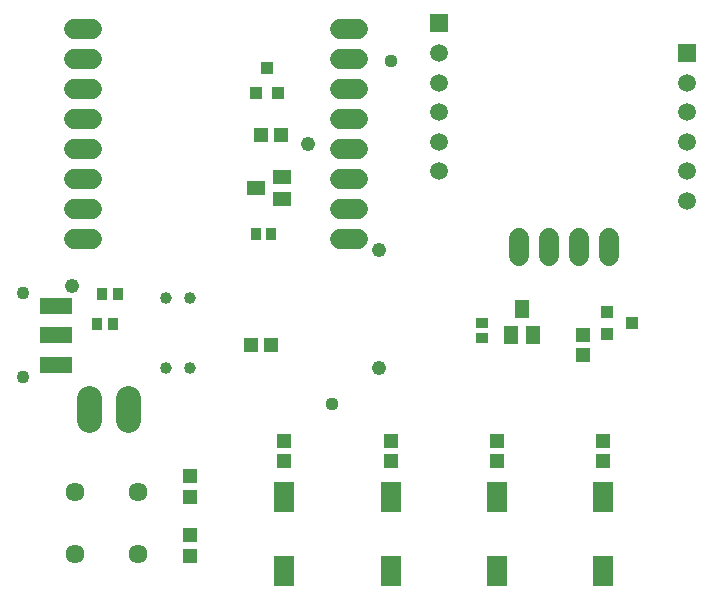
<source format=gbr>
G04 EAGLE Gerber RS-274X export*
G75*
%MOMM*%
%FSLAX34Y34*%
%LPD*%
%INSoldermask Top*%
%IPPOS*%
%AMOC8*
5,1,8,0,0,1.08239X$1,22.5*%
G01*
%ADD10C,2.082800*%
%ADD11C,1.727200*%
%ADD12R,1.203200X1.603200*%
%ADD13R,1.103200X1.003200*%
%ADD14R,1.603200X1.203200*%
%ADD15R,1.003200X1.103200*%
%ADD16R,1.103200X0.903200*%
%ADD17R,0.903200X1.103200*%
%ADD18R,1.203200X1.303200*%
%ADD19R,1.303200X1.203200*%
%ADD20R,2.703200X1.403200*%
%ADD21C,1.103200*%
%ADD22C,1.511200*%
%ADD23R,1.511200X1.511200*%
%ADD24R,1.803200X2.503200*%
%ADD25C,1.611200*%
%ADD26C,1.109600*%
%ADD27C,1.009600*%
%ADD28C,1.209600*%


D10*
X427900Y116400D02*
X427900Y135196D01*
D11*
X758700Y254980D02*
X758700Y270220D01*
X784100Y270220D02*
X784100Y254980D01*
X809500Y254980D02*
X809500Y270220D01*
X834900Y270220D02*
X834900Y254980D01*
D12*
X761400Y210100D03*
X770900Y188100D03*
X751900Y188100D03*
D13*
X833400Y208100D03*
X833400Y189100D03*
X854400Y198600D03*
D14*
X536100Y312800D03*
X558100Y322300D03*
X558100Y303300D03*
D15*
X535700Y393400D03*
X554700Y393400D03*
X545200Y414400D03*
D16*
X727400Y185500D03*
X727400Y198500D03*
D17*
X548900Y273900D03*
X535900Y273900D03*
D18*
X557600Y357400D03*
X540600Y357400D03*
D19*
X812600Y188400D03*
X812600Y171400D03*
D17*
X414800Y197400D03*
X401800Y197400D03*
X406000Y222600D03*
X419000Y222600D03*
D20*
X366700Y163200D03*
X366700Y188200D03*
X366700Y213200D03*
D21*
X339200Y152700D03*
X339200Y223700D03*
D11*
X606780Y447700D02*
X622020Y447700D01*
X622020Y422300D02*
X606780Y422300D01*
X606780Y396900D02*
X622020Y396900D01*
X622020Y371500D02*
X606780Y371500D01*
X606780Y346100D02*
X622020Y346100D01*
X622020Y320700D02*
X606780Y320700D01*
X606780Y295300D02*
X622020Y295300D01*
X622020Y269900D02*
X606780Y269900D01*
X397020Y269800D02*
X381780Y269800D01*
X381780Y295200D02*
X397020Y295200D01*
X397020Y320600D02*
X381780Y320600D01*
X381780Y346000D02*
X397020Y346000D01*
X397020Y371400D02*
X381780Y371400D01*
X381780Y396800D02*
X397020Y396800D01*
X397020Y422200D02*
X381780Y422200D01*
X381780Y447600D02*
X397020Y447600D01*
D22*
X901000Y302000D03*
X901000Y327000D03*
X901000Y352000D03*
X901000Y377000D03*
X901000Y402000D03*
X691000Y327000D03*
X691000Y352000D03*
X691000Y377000D03*
X691000Y402000D03*
X691000Y427000D03*
D23*
X691000Y452000D03*
X901000Y427000D03*
D10*
X394700Y135196D02*
X394700Y116400D01*
D19*
X830000Y81500D03*
X830000Y98500D03*
D18*
X548500Y180000D03*
X531500Y180000D03*
D19*
X740000Y81500D03*
X740000Y98500D03*
D24*
X830000Y-11500D03*
X830000Y51500D03*
X740000Y-11500D03*
X740000Y51500D03*
D25*
X383160Y3160D03*
X435790Y3040D03*
X383120Y55740D03*
X435750Y55620D03*
D19*
X650000Y81500D03*
X650000Y98500D03*
X560000Y81500D03*
X560000Y98500D03*
D24*
X650000Y-11500D03*
X650000Y51500D03*
X560000Y-11500D03*
X560000Y51500D03*
D19*
X480000Y1500D03*
X480000Y18500D03*
X480000Y51500D03*
X480000Y68500D03*
D26*
X600000Y130000D03*
X650000Y420000D03*
D27*
X460000Y160000D03*
X460000Y220000D03*
D28*
X380000Y230000D03*
X580000Y350000D03*
D27*
X480000Y160000D03*
X480000Y220000D03*
D28*
X640000Y260000D03*
X640000Y160000D03*
M02*

</source>
